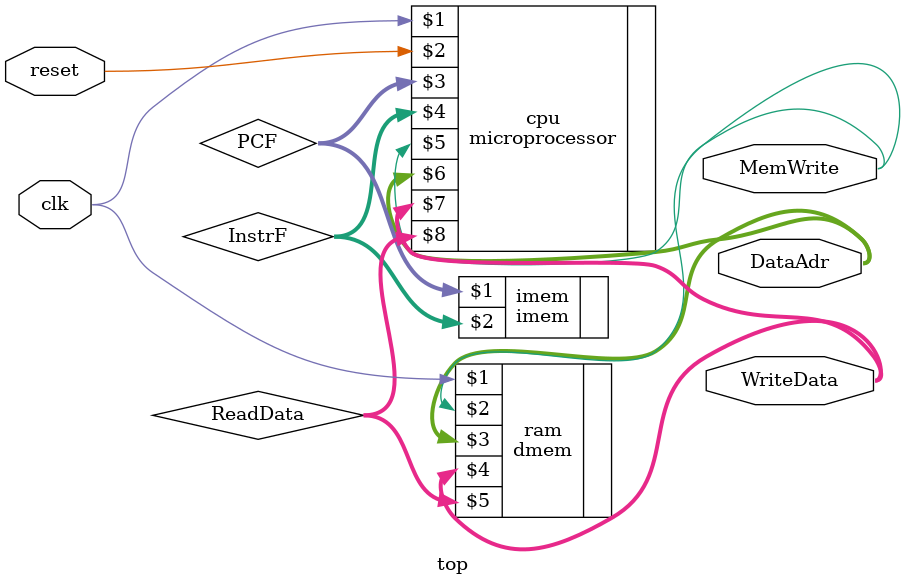
<source format=sv>
module top(
    input  logic        clk, reset,
    output logic [31:0] WriteData, DataAdr,
    output logic        MemWrite
);

    logic [31:0] PCF, InstrF, ReadData;

    // Instance microprocessor and memories
    microprocessor cpu(
        clk,
        reset,
        PCF,
        InstrF,
        MemWrite,
        DataAdr,
        WriteData,
        ReadData
    );

    imem imem(
        PCF,
        InstrF
    );

    dmem ram(
        clk,
        MemWrite,
        DataAdr,
        WriteData,
        ReadData
    );

endmodule
</source>
